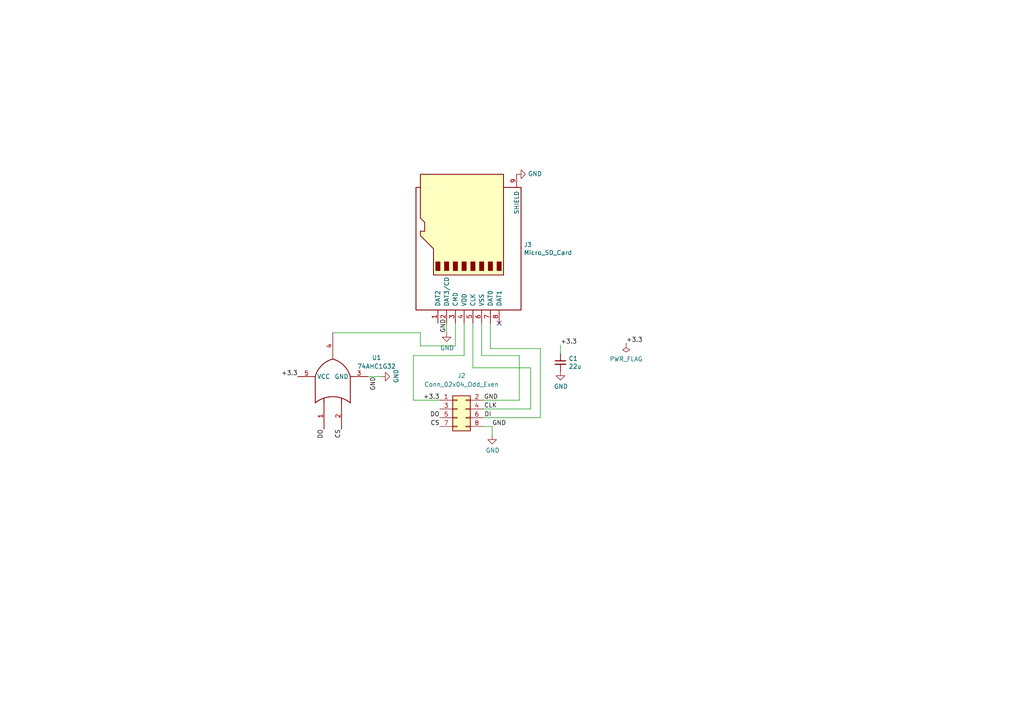
<source format=kicad_sch>
(kicad_sch
	(version 20231120)
	(generator "eeschema")
	(generator_version "8.0")
	(uuid "ebadd2a5-21ab-4a7e-b5bc-6f737367e560")
	(paper "A4")
	(lib_symbols
		(symbol "74xGxx:74AHC1G32"
			(exclude_from_sim no)
			(in_bom yes)
			(on_board yes)
			(property "Reference" "U"
				(at -2.54 3.81 0)
				(effects
					(font
						(size 1.27 1.27)
					)
				)
			)
			(property "Value" "74AHC1G32"
				(at 0 -3.81 0)
				(effects
					(font
						(size 1.27 1.27)
					)
				)
			)
			(property "Footprint" ""
				(at 0 0 0)
				(effects
					(font
						(size 1.27 1.27)
					)
					(hide yes)
				)
			)
			(property "Datasheet" "http://www.ti.com/lit/sg/scyt129e/scyt129e.pdf"
				(at 0 0 0)
				(effects
					(font
						(size 1.27 1.27)
					)
					(hide yes)
				)
			)
			(property "Description" "Single OR Gate, Low-Voltage CMOS"
				(at 0 0 0)
				(effects
					(font
						(size 1.27 1.27)
					)
					(hide yes)
				)
			)
			(property "ki_keywords" "Single Gate OR LVC CMOS"
				(at 0 0 0)
				(effects
					(font
						(size 1.27 1.27)
					)
					(hide yes)
				)
			)
			(property "ki_fp_filters" "SOT* SG-*"
				(at 0 0 0)
				(effects
					(font
						(size 1.27 1.27)
					)
					(hide yes)
				)
			)
			(symbol "74AHC1G32_0_1"
				(arc
					(start -7.62 -5.08)
					(mid -5.838 0)
					(end -7.62 5.08)
					(stroke
						(width 0.254)
						(type default)
					)
					(fill
						(type none)
					)
				)
				(arc
					(start 0 -5.08)
					(mid 3.1986 -3.2054)
					(end 5.08 0)
					(stroke
						(width 0.254)
						(type default)
					)
					(fill
						(type none)
					)
				)
				(polyline
					(pts
						(xy -7.62 -2.54) (xy -6.35 -2.54)
					)
					(stroke
						(width 0.254)
						(type default)
					)
					(fill
						(type background)
					)
				)
				(polyline
					(pts
						(xy -7.62 2.54) (xy -6.35 2.54)
					)
					(stroke
						(width 0.254)
						(type default)
					)
					(fill
						(type background)
					)
				)
				(polyline
					(pts
						(xy 0 -5.08) (xy -7.62 -5.08)
					)
					(stroke
						(width 0.254)
						(type default)
					)
					(fill
						(type background)
					)
				)
				(polyline
					(pts
						(xy 0 5.08) (xy -7.62 5.08)
					)
					(stroke
						(width 0.254)
						(type default)
					)
					(fill
						(type background)
					)
				)
				(arc
					(start 5.08 0)
					(mid 3.2238 3.2304)
					(end 0 5.08)
					(stroke
						(width 0.254)
						(type default)
					)
					(fill
						(type none)
					)
				)
			)
			(symbol "74AHC1G32_1_1"
				(pin input line
					(at -15.24 2.54 0)
					(length 7.62)
					(name "~"
						(effects
							(font
								(size 1.27 1.27)
							)
						)
					)
					(number "1"
						(effects
							(font
								(size 1.27 1.27)
							)
						)
					)
				)
				(pin input line
					(at -15.24 -2.54 0)
					(length 7.62)
					(name "~"
						(effects
							(font
								(size 1.27 1.27)
							)
						)
					)
					(number "2"
						(effects
							(font
								(size 1.27 1.27)
							)
						)
					)
				)
				(pin power_in line
					(at 0 -10.16 90)
					(length 5.08)
					(name "GND"
						(effects
							(font
								(size 1.27 1.27)
							)
						)
					)
					(number "3"
						(effects
							(font
								(size 1.27 1.27)
							)
						)
					)
				)
				(pin output line
					(at 12.7 0 180)
					(length 7.62)
					(name "~"
						(effects
							(font
								(size 1.27 1.27)
							)
						)
					)
					(number "4"
						(effects
							(font
								(size 1.27 1.27)
							)
						)
					)
				)
				(pin power_in line
					(at 0 10.16 270)
					(length 5.08)
					(name "VCC"
						(effects
							(font
								(size 1.27 1.27)
							)
						)
					)
					(number "5"
						(effects
							(font
								(size 1.27 1.27)
							)
						)
					)
				)
			)
		)
		(symbol "Connector_Generic:Conn_02x04_Odd_Even"
			(pin_names
				(offset 1.016) hide)
			(exclude_from_sim no)
			(in_bom yes)
			(on_board yes)
			(property "Reference" "J"
				(at 1.27 5.08 0)
				(effects
					(font
						(size 1.27 1.27)
					)
				)
			)
			(property "Value" "Conn_02x04_Odd_Even"
				(at 1.27 -7.62 0)
				(effects
					(font
						(size 1.27 1.27)
					)
				)
			)
			(property "Footprint" ""
				(at 0 0 0)
				(effects
					(font
						(size 1.27 1.27)
					)
					(hide yes)
				)
			)
			(property "Datasheet" "~"
				(at 0 0 0)
				(effects
					(font
						(size 1.27 1.27)
					)
					(hide yes)
				)
			)
			(property "Description" "Generic connector, double row, 02x04, odd/even pin numbering scheme (row 1 odd numbers, row 2 even numbers), script generated (kicad-library-utils/schlib/autogen/connector/)"
				(at 0 0 0)
				(effects
					(font
						(size 1.27 1.27)
					)
					(hide yes)
				)
			)
			(property "ki_keywords" "connector"
				(at 0 0 0)
				(effects
					(font
						(size 1.27 1.27)
					)
					(hide yes)
				)
			)
			(property "ki_fp_filters" "Connector*:*_2x??_*"
				(at 0 0 0)
				(effects
					(font
						(size 1.27 1.27)
					)
					(hide yes)
				)
			)
			(symbol "Conn_02x04_Odd_Even_1_1"
				(rectangle
					(start -1.27 -4.953)
					(end 0 -5.207)
					(stroke
						(width 0.1524)
						(type default)
					)
					(fill
						(type none)
					)
				)
				(rectangle
					(start -1.27 -2.413)
					(end 0 -2.667)
					(stroke
						(width 0.1524)
						(type default)
					)
					(fill
						(type none)
					)
				)
				(rectangle
					(start -1.27 0.127)
					(end 0 -0.127)
					(stroke
						(width 0.1524)
						(type default)
					)
					(fill
						(type none)
					)
				)
				(rectangle
					(start -1.27 2.667)
					(end 0 2.413)
					(stroke
						(width 0.1524)
						(type default)
					)
					(fill
						(type none)
					)
				)
				(rectangle
					(start -1.27 3.81)
					(end 3.81 -6.35)
					(stroke
						(width 0.254)
						(type default)
					)
					(fill
						(type background)
					)
				)
				(rectangle
					(start 3.81 -4.953)
					(end 2.54 -5.207)
					(stroke
						(width 0.1524)
						(type default)
					)
					(fill
						(type none)
					)
				)
				(rectangle
					(start 3.81 -2.413)
					(end 2.54 -2.667)
					(stroke
						(width 0.1524)
						(type default)
					)
					(fill
						(type none)
					)
				)
				(rectangle
					(start 3.81 0.127)
					(end 2.54 -0.127)
					(stroke
						(width 0.1524)
						(type default)
					)
					(fill
						(type none)
					)
				)
				(rectangle
					(start 3.81 2.667)
					(end 2.54 2.413)
					(stroke
						(width 0.1524)
						(type default)
					)
					(fill
						(type none)
					)
				)
				(pin passive line
					(at -5.08 2.54 0)
					(length 3.81)
					(name "Pin_1"
						(effects
							(font
								(size 1.27 1.27)
							)
						)
					)
					(number "1"
						(effects
							(font
								(size 1.27 1.27)
							)
						)
					)
				)
				(pin passive line
					(at 7.62 2.54 180)
					(length 3.81)
					(name "Pin_2"
						(effects
							(font
								(size 1.27 1.27)
							)
						)
					)
					(number "2"
						(effects
							(font
								(size 1.27 1.27)
							)
						)
					)
				)
				(pin passive line
					(at -5.08 0 0)
					(length 3.81)
					(name "Pin_3"
						(effects
							(font
								(size 1.27 1.27)
							)
						)
					)
					(number "3"
						(effects
							(font
								(size 1.27 1.27)
							)
						)
					)
				)
				(pin passive line
					(at 7.62 0 180)
					(length 3.81)
					(name "Pin_4"
						(effects
							(font
								(size 1.27 1.27)
							)
						)
					)
					(number "4"
						(effects
							(font
								(size 1.27 1.27)
							)
						)
					)
				)
				(pin passive line
					(at -5.08 -2.54 0)
					(length 3.81)
					(name "Pin_5"
						(effects
							(font
								(size 1.27 1.27)
							)
						)
					)
					(number "5"
						(effects
							(font
								(size 1.27 1.27)
							)
						)
					)
				)
				(pin passive line
					(at 7.62 -2.54 180)
					(length 3.81)
					(name "Pin_6"
						(effects
							(font
								(size 1.27 1.27)
							)
						)
					)
					(number "6"
						(effects
							(font
								(size 1.27 1.27)
							)
						)
					)
				)
				(pin passive line
					(at -5.08 -5.08 0)
					(length 3.81)
					(name "Pin_7"
						(effects
							(font
								(size 1.27 1.27)
							)
						)
					)
					(number "7"
						(effects
							(font
								(size 1.27 1.27)
							)
						)
					)
				)
				(pin passive line
					(at 7.62 -5.08 180)
					(length 3.81)
					(name "Pin_8"
						(effects
							(font
								(size 1.27 1.27)
							)
						)
					)
					(number "8"
						(effects
							(font
								(size 1.27 1.27)
							)
						)
					)
				)
			)
		)
		(symbol "Device:C_Small"
			(pin_numbers hide)
			(pin_names
				(offset 0.254) hide)
			(exclude_from_sim no)
			(in_bom yes)
			(on_board yes)
			(property "Reference" "C"
				(at 0.254 1.778 0)
				(effects
					(font
						(size 1.27 1.27)
					)
					(justify left)
				)
			)
			(property "Value" "C_Small"
				(at 0.254 -2.032 0)
				(effects
					(font
						(size 1.27 1.27)
					)
					(justify left)
				)
			)
			(property "Footprint" ""
				(at 0 0 0)
				(effects
					(font
						(size 1.27 1.27)
					)
					(hide yes)
				)
			)
			(property "Datasheet" "~"
				(at 0 0 0)
				(effects
					(font
						(size 1.27 1.27)
					)
					(hide yes)
				)
			)
			(property "Description" "Unpolarized capacitor, small symbol"
				(at 0 0 0)
				(effects
					(font
						(size 1.27 1.27)
					)
					(hide yes)
				)
			)
			(property "ki_keywords" "capacitor cap"
				(at 0 0 0)
				(effects
					(font
						(size 1.27 1.27)
					)
					(hide yes)
				)
			)
			(property "ki_fp_filters" "C_*"
				(at 0 0 0)
				(effects
					(font
						(size 1.27 1.27)
					)
					(hide yes)
				)
			)
			(symbol "C_Small_0_1"
				(polyline
					(pts
						(xy -1.524 -0.508) (xy 1.524 -0.508)
					)
					(stroke
						(width 0.3302)
						(type default)
					)
					(fill
						(type none)
					)
				)
				(polyline
					(pts
						(xy -1.524 0.508) (xy 1.524 0.508)
					)
					(stroke
						(width 0.3048)
						(type default)
					)
					(fill
						(type none)
					)
				)
			)
			(symbol "C_Small_1_1"
				(pin passive line
					(at 0 2.54 270)
					(length 2.032)
					(name "~"
						(effects
							(font
								(size 1.27 1.27)
							)
						)
					)
					(number "1"
						(effects
							(font
								(size 1.27 1.27)
							)
						)
					)
				)
				(pin passive line
					(at 0 -2.54 90)
					(length 2.032)
					(name "~"
						(effects
							(font
								(size 1.27 1.27)
							)
						)
					)
					(number "2"
						(effects
							(font
								(size 1.27 1.27)
							)
						)
					)
				)
			)
		)
		(symbol "gc_sp2-rescue:Micro_SD_Card-Connector"
			(pin_names
				(offset 1.016)
			)
			(exclude_from_sim no)
			(in_bom yes)
			(on_board yes)
			(property "Reference" "J"
				(at -16.51 15.24 0)
				(effects
					(font
						(size 1.27 1.27)
					)
				)
			)
			(property "Value" "Micro_SD_Card-Connector"
				(at 16.51 15.24 0)
				(effects
					(font
						(size 1.27 1.27)
					)
					(justify right)
				)
			)
			(property "Footprint" ""
				(at 29.21 7.62 0)
				(effects
					(font
						(size 1.27 1.27)
					)
					(hide yes)
				)
			)
			(property "Datasheet" ""
				(at 0 0 0)
				(effects
					(font
						(size 1.27 1.27)
					)
					(hide yes)
				)
			)
			(property "Description" ""
				(at 0 0 0)
				(effects
					(font
						(size 1.27 1.27)
					)
					(hide yes)
				)
			)
			(property "ki_fp_filters" "microSD*"
				(at 0 0 0)
				(effects
					(font
						(size 1.27 1.27)
					)
					(hide yes)
				)
			)
			(symbol "Micro_SD_Card-Connector_0_1"
				(rectangle
					(start -7.62 -9.525)
					(end -5.08 -10.795)
					(stroke
						(width 0)
						(type default)
					)
					(fill
						(type outline)
					)
				)
				(rectangle
					(start -7.62 -6.985)
					(end -5.08 -8.255)
					(stroke
						(width 0)
						(type default)
					)
					(fill
						(type outline)
					)
				)
				(rectangle
					(start -7.62 -4.445)
					(end -5.08 -5.715)
					(stroke
						(width 0)
						(type default)
					)
					(fill
						(type outline)
					)
				)
				(rectangle
					(start -7.62 -1.905)
					(end -5.08 -3.175)
					(stroke
						(width 0)
						(type default)
					)
					(fill
						(type outline)
					)
				)
				(rectangle
					(start -7.62 0.635)
					(end -5.08 -0.635)
					(stroke
						(width 0)
						(type default)
					)
					(fill
						(type outline)
					)
				)
				(rectangle
					(start -7.62 3.175)
					(end -5.08 1.905)
					(stroke
						(width 0)
						(type default)
					)
					(fill
						(type outline)
					)
				)
				(rectangle
					(start -7.62 5.715)
					(end -5.08 4.445)
					(stroke
						(width 0)
						(type default)
					)
					(fill
						(type outline)
					)
				)
				(rectangle
					(start -7.62 8.255)
					(end -5.08 6.985)
					(stroke
						(width 0)
						(type default)
					)
					(fill
						(type outline)
					)
				)
				(polyline
					(pts
						(xy 16.51 12.7) (xy 16.51 13.97) (xy -19.05 13.97) (xy -19.05 -16.51) (xy 16.51 -16.51) (xy 16.51 -11.43)
					)
					(stroke
						(width 0.254)
						(type default)
					)
					(fill
						(type none)
					)
				)
				(polyline
					(pts
						(xy -8.89 -11.43) (xy -8.89 8.89) (xy -1.27 8.89) (xy 2.54 12.7) (xy 3.81 12.7) (xy 3.81 11.43)
						(xy 6.35 11.43) (xy 7.62 12.7) (xy 20.32 12.7) (xy 20.32 -11.43) (xy -8.89 -11.43)
					)
					(stroke
						(width 0.254)
						(type default)
					)
					(fill
						(type background)
					)
				)
			)
			(symbol "Micro_SD_Card-Connector_1_1"
				(pin bidirectional line
					(at -22.86 7.62 0)
					(length 3.81)
					(name "DAT2"
						(effects
							(font
								(size 1.27 1.27)
							)
						)
					)
					(number "1"
						(effects
							(font
								(size 1.27 1.27)
							)
						)
					)
				)
				(pin bidirectional line
					(at -22.86 5.08 0)
					(length 3.81)
					(name "DAT3/CD"
						(effects
							(font
								(size 1.27 1.27)
							)
						)
					)
					(number "2"
						(effects
							(font
								(size 1.27 1.27)
							)
						)
					)
				)
				(pin input line
					(at -22.86 2.54 0)
					(length 3.81)
					(name "CMD"
						(effects
							(font
								(size 1.27 1.27)
							)
						)
					)
					(number "3"
						(effects
							(font
								(size 1.27 1.27)
							)
						)
					)
				)
				(pin power_in line
					(at -22.86 0 0)
					(length 3.81)
					(name "VDD"
						(effects
							(font
								(size 1.27 1.27)
							)
						)
					)
					(number "4"
						(effects
							(font
								(size 1.27 1.27)
							)
						)
					)
				)
				(pin input line
					(at -22.86 -2.54 0)
					(length 3.81)
					(name "CLK"
						(effects
							(font
								(size 1.27 1.27)
							)
						)
					)
					(number "5"
						(effects
							(font
								(size 1.27 1.27)
							)
						)
					)
				)
				(pin power_in line
					(at -22.86 -5.08 0)
					(length 3.81)
					(name "VSS"
						(effects
							(font
								(size 1.27 1.27)
							)
						)
					)
					(number "6"
						(effects
							(font
								(size 1.27 1.27)
							)
						)
					)
				)
				(pin input line
					(at -22.86 -7.62 0)
					(length 3.81)
					(name "DAT0"
						(effects
							(font
								(size 1.27 1.27)
							)
						)
					)
					(number "7"
						(effects
							(font
								(size 1.27 1.27)
							)
						)
					)
				)
				(pin input line
					(at -22.86 -10.16 0)
					(length 3.81)
					(name "DAT1"
						(effects
							(font
								(size 1.27 1.27)
							)
						)
					)
					(number "8"
						(effects
							(font
								(size 1.27 1.27)
							)
						)
					)
				)
				(pin passive line
					(at 20.32 -15.24 180)
					(length 3.81)
					(name "SHIELD"
						(effects
							(font
								(size 1.27 1.27)
							)
						)
					)
					(number "9"
						(effects
							(font
								(size 1.27 1.27)
							)
						)
					)
				)
			)
		)
		(symbol "power:GND"
			(power)
			(pin_names
				(offset 0)
			)
			(exclude_from_sim no)
			(in_bom yes)
			(on_board yes)
			(property "Reference" "#PWR"
				(at 0 -6.35 0)
				(effects
					(font
						(size 1.27 1.27)
					)
					(hide yes)
				)
			)
			(property "Value" "GND"
				(at 0 -3.81 0)
				(effects
					(font
						(size 1.27 1.27)
					)
				)
			)
			(property "Footprint" ""
				(at 0 0 0)
				(effects
					(font
						(size 1.27 1.27)
					)
					(hide yes)
				)
			)
			(property "Datasheet" ""
				(at 0 0 0)
				(effects
					(font
						(size 1.27 1.27)
					)
					(hide yes)
				)
			)
			(property "Description" "Power symbol creates a global label with name \"GND\" , ground"
				(at 0 0 0)
				(effects
					(font
						(size 1.27 1.27)
					)
					(hide yes)
				)
			)
			(property "ki_keywords" "power-flag"
				(at 0 0 0)
				(effects
					(font
						(size 1.27 1.27)
					)
					(hide yes)
				)
			)
			(symbol "GND_0_1"
				(polyline
					(pts
						(xy 0 0) (xy 0 -1.27) (xy 1.27 -1.27) (xy 0 -2.54) (xy -1.27 -1.27) (xy 0 -1.27)
					)
					(stroke
						(width 0)
						(type default)
					)
					(fill
						(type none)
					)
				)
			)
			(symbol "GND_1_1"
				(pin power_in line
					(at 0 0 270)
					(length 0) hide
					(name "GND"
						(effects
							(font
								(size 1.27 1.27)
							)
						)
					)
					(number "1"
						(effects
							(font
								(size 1.27 1.27)
							)
						)
					)
				)
			)
		)
		(symbol "power:PWR_FLAG"
			(power)
			(pin_numbers hide)
			(pin_names
				(offset 0) hide)
			(exclude_from_sim no)
			(in_bom yes)
			(on_board yes)
			(property "Reference" "#FLG"
				(at 0 1.905 0)
				(effects
					(font
						(size 1.27 1.27)
					)
					(hide yes)
				)
			)
			(property "Value" "PWR_FLAG"
				(at 0 3.81 0)
				(effects
					(font
						(size 1.27 1.27)
					)
				)
			)
			(property "Footprint" ""
				(at 0 0 0)
				(effects
					(font
						(size 1.27 1.27)
					)
					(hide yes)
				)
			)
			(property "Datasheet" "~"
				(at 0 0 0)
				(effects
					(font
						(size 1.27 1.27)
					)
					(hide yes)
				)
			)
			(property "Description" "Special symbol for telling ERC where power comes from"
				(at 0 0 0)
				(effects
					(font
						(size 1.27 1.27)
					)
					(hide yes)
				)
			)
			(property "ki_keywords" "power-flag"
				(at 0 0 0)
				(effects
					(font
						(size 1.27 1.27)
					)
					(hide yes)
				)
			)
			(symbol "PWR_FLAG_0_0"
				(pin power_out line
					(at 0 0 90)
					(length 0)
					(name "pwr"
						(effects
							(font
								(size 1.27 1.27)
							)
						)
					)
					(number "1"
						(effects
							(font
								(size 1.27 1.27)
							)
						)
					)
				)
			)
			(symbol "PWR_FLAG_0_1"
				(polyline
					(pts
						(xy 0 0) (xy 0 1.27) (xy -1.016 1.905) (xy 0 2.54) (xy 1.016 1.905) (xy 0 1.27)
					)
					(stroke
						(width 0)
						(type default)
					)
					(fill
						(type none)
					)
				)
			)
		)
	)
	(no_connect
		(at 144.78 93.726)
		(uuid "d4944653-6904-4915-a6c8-91d71a8c647c")
	)
	(wire
		(pts
			(xy 96.52 96.52) (xy 121.92 96.52)
		)
		(stroke
			(width 0)
			(type default)
		)
		(uuid "0ae454e6-de80-42d3-970d-b7fe3f1f53f0")
	)
	(wire
		(pts
			(xy 150.622 103.124) (xy 150.622 116.078)
		)
		(stroke
			(width 0)
			(type default)
		)
		(uuid "107eda47-54ed-4f66-99f7-bd86d3d52b29")
	)
	(wire
		(pts
			(xy 140.208 121.158) (xy 156.718 121.158)
		)
		(stroke
			(width 0)
			(type default)
		)
		(uuid "158c42c7-5330-4458-96d4-21918bbafcaf")
	)
	(wire
		(pts
			(xy 121.92 96.52) (xy 121.92 100.33)
		)
		(stroke
			(width 0)
			(type default)
		)
		(uuid "45a90e3f-b7f7-4b4b-aa4b-24cfd31be023")
	)
	(wire
		(pts
			(xy 140.208 123.698) (xy 142.748 123.698)
		)
		(stroke
			(width 0)
			(type default)
		)
		(uuid "548cee20-0f00-4e7e-988f-0c4c6d5f328e")
	)
	(wire
		(pts
			(xy 162.56 102.616) (xy 162.56 100.076)
		)
		(stroke
			(width 0)
			(type default)
		)
		(uuid "64eb5c5d-fdc0-4c45-8b13-656b5470c5c7")
	)
	(wire
		(pts
			(xy 140.208 118.618) (xy 153.924 118.618)
		)
		(stroke
			(width 0)
			(type default)
		)
		(uuid "78010632-079c-4d16-9f55-e810de9f200a")
	)
	(wire
		(pts
			(xy 132.08 100.33) (xy 132.08 93.726)
		)
		(stroke
			(width 0)
			(type default)
		)
		(uuid "79de9a7c-838a-479e-b10b-b16bc2c01c46")
	)
	(wire
		(pts
			(xy 137.16 93.726) (xy 137.16 106.68)
		)
		(stroke
			(width 0)
			(type default)
		)
		(uuid "7ad9713c-075b-41a2-97df-45e68f2ec971")
	)
	(wire
		(pts
			(xy 153.924 106.68) (xy 153.924 118.618)
		)
		(stroke
			(width 0)
			(type default)
		)
		(uuid "8a11c777-f430-4951-a3cb-31b248ca1fdb")
	)
	(wire
		(pts
			(xy 134.62 103.124) (xy 119.888 103.124)
		)
		(stroke
			(width 0)
			(type default)
		)
		(uuid "97d09c54-b2a3-40fc-98da-296fece45c97")
	)
	(wire
		(pts
			(xy 142.748 123.698) (xy 142.748 126.238)
		)
		(stroke
			(width 0)
			(type default)
		)
		(uuid "9918a12b-50cf-4adc-afc2-6c81c914b9f6")
	)
	(wire
		(pts
			(xy 134.62 93.726) (xy 134.62 103.124)
		)
		(stroke
			(width 0)
			(type default)
		)
		(uuid "9e641283-4c64-4997-a9e2-98738aac2fe3")
	)
	(wire
		(pts
			(xy 121.92 100.33) (xy 132.08 100.33)
		)
		(stroke
			(width 0)
			(type default)
		)
		(uuid "a3debf42-3f0a-4eaa-b57d-d128e2072c00")
	)
	(wire
		(pts
			(xy 110.49 109.22) (xy 106.68 109.22)
		)
		(stroke
			(width 0)
			(type default)
		)
		(uuid "a8f5657c-7409-4774-b055-b8bd4fb08e11")
	)
	(wire
		(pts
			(xy 137.16 106.68) (xy 153.924 106.68)
		)
		(stroke
			(width 0)
			(type default)
		)
		(uuid "af0a7e0f-680f-4053-a98e-53f4d7e8ff01")
	)
	(wire
		(pts
			(xy 129.54 93.726) (xy 129.54 96.52)
		)
		(stroke
			(width 0)
			(type default)
		)
		(uuid "b419b8b2-1f86-40ed-9116-47223cebb68d")
	)
	(wire
		(pts
			(xy 139.7 93.726) (xy 139.7 103.124)
		)
		(stroke
			(width 0)
			(type default)
		)
		(uuid "bcc15135-965f-4d7a-9bf0-0ff0d0946bc3")
	)
	(wire
		(pts
			(xy 119.888 116.078) (xy 127.508 116.078)
		)
		(stroke
			(width 0)
			(type default)
		)
		(uuid "bda9ac5d-ba63-4dbd-bde7-583b57fb4412")
	)
	(wire
		(pts
			(xy 142.24 101.092) (xy 156.718 101.092)
		)
		(stroke
			(width 0)
			(type default)
		)
		(uuid "c674f5d6-0e05-4808-8089-586248471533")
	)
	(wire
		(pts
			(xy 142.24 93.726) (xy 142.24 101.092)
		)
		(stroke
			(width 0)
			(type default)
		)
		(uuid "d8130e30-5a2d-4dab-8100-691c799bb777")
	)
	(wire
		(pts
			(xy 140.208 116.078) (xy 150.622 116.078)
		)
		(stroke
			(width 0)
			(type default)
		)
		(uuid "d932de66-33d2-421e-b3e7-aeb68968e7cf")
	)
	(wire
		(pts
			(xy 156.718 101.092) (xy 156.718 121.158)
		)
		(stroke
			(width 0)
			(type default)
		)
		(uuid "db1796c7-4cee-49ab-b1bf-d93f0e7de657")
	)
	(wire
		(pts
			(xy 119.888 103.124) (xy 119.888 116.078)
		)
		(stroke
			(width 0)
			(type default)
		)
		(uuid "fb0c43a2-c522-4563-8767-9afee2613056")
	)
	(wire
		(pts
			(xy 139.7 103.124) (xy 150.622 103.124)
		)
		(stroke
			(width 0)
			(type default)
		)
		(uuid "fed9b2c1-1fac-4b4f-91ff-d677064d82e1")
	)
	(label "GND"
		(at 109.22 109.22 270)
		(fields_autoplaced yes)
		(effects
			(font
				(size 1.27 1.27)
			)
			(justify right bottom)
		)
		(uuid "063c7f3c-db65-4dd9-8800-8f858c84b5da")
	)
	(label "CS"
		(at 99.06 124.46 270)
		(fields_autoplaced yes)
		(effects
			(font
				(size 1.27 1.27)
			)
			(justify right bottom)
		)
		(uuid "2ca34477-be3d-448d-8ade-000781c70e44")
	)
	(label "GND"
		(at 142.748 123.698 0)
		(fields_autoplaced yes)
		(effects
			(font
				(size 1.27 1.27)
			)
			(justify left bottom)
		)
		(uuid "33c4dfb0-170f-4b70-abcb-ecf8224c6bd6")
	)
	(label "DO"
		(at 127.508 121.158 180)
		(fields_autoplaced yes)
		(effects
			(font
				(size 1.27 1.27)
			)
			(justify right bottom)
		)
		(uuid "62f2b705-7819-4c75-9fe1-f9336c11e0cf")
	)
	(label "CLK"
		(at 140.3869 118.618 0)
		(fields_autoplaced yes)
		(effects
			(font
				(size 1.27 1.27)
			)
			(justify left bottom)
		)
		(uuid "67963eb1-30c9-449e-80ce-a7252349f51e")
	)
	(label "+3.3"
		(at 181.61 99.568 0)
		(fields_autoplaced yes)
		(effects
			(font
				(size 1.27 1.27)
			)
			(justify left bottom)
		)
		(uuid "7efb1fd3-b771-43bd-8087-53c68128ed7c")
	)
	(label "DO"
		(at 93.98 124.46 270)
		(fields_autoplaced yes)
		(effects
			(font
				(size 1.27 1.27)
			)
			(justify right bottom)
		)
		(uuid "9e08ad2a-8416-4a70-9b8a-b9f547e5d6c9")
	)
	(label "DI"
		(at 140.4582 121.158 0)
		(fields_autoplaced yes)
		(effects
			(font
				(size 1.27 1.27)
			)
			(justify left bottom)
		)
		(uuid "aef69e3b-9419-4d18-89be-cd8819f6647e")
	)
	(label "+3.3"
		(at 162.56 100.076 0)
		(fields_autoplaced yes)
		(effects
			(font
				(size 1.27 1.27)
			)
			(justify left bottom)
		)
		(uuid "c13a074c-4ce9-4dcb-971a-ac25ebc5aeb0")
	)
	(label "+3.3"
		(at 127.508 116.078 180)
		(fields_autoplaced yes)
		(effects
			(font
				(size 1.27 1.27)
			)
			(justify right bottom)
		)
		(uuid "eccf1b72-c810-4af7-b6e1-a7006e791e78")
	)
	(label "+3.3"
		(at 86.36 109.22 180)
		(fields_autoplaced yes)
		(effects
			(font
				(size 1.27 1.27)
			)
			(justify right bottom)
		)
		(uuid "ee815e40-b250-4f8a-94f9-2bd9e26687c6")
	)
	(label "GND"
		(at 144.4463 116.078 180)
		(fields_autoplaced yes)
		(effects
			(font
				(size 1.27 1.27)
			)
			(justify right bottom)
		)
		(uuid "f2073e4f-b840-4d04-8762-43afaffffdaa")
	)
	(label "CS"
		(at 127.508 123.698 180)
		(fields_autoplaced yes)
		(effects
			(font
				(size 1.27 1.27)
			)
			(justify right bottom)
		)
		(uuid "f41b7e11-8d03-4c26-b090-3b78fcd6dc04")
	)
	(label "GND"
		(at 129.54 96.52 90)
		(fields_autoplaced yes)
		(effects
			(font
				(size 1.27 1.27)
			)
			(justify left bottom)
		)
		(uuid "fff278a3-86af-430b-a9e5-d28922df3bc7")
	)
	(symbol
		(lib_id "power:GND")
		(at 110.49 109.22 90)
		(unit 1)
		(exclude_from_sim no)
		(in_bom yes)
		(on_board yes)
		(dnp no)
		(uuid "3cfb1c3e-e156-4b0a-96fd-b4faa9ad7412")
		(property "Reference" "#PWR02"
			(at 116.84 109.22 0)
			(effects
				(font
					(size 1.27 1.27)
				)
				(hide yes)
			)
		)
		(property "Value" "GND"
			(at 114.8842 109.093 0)
			(effects
				(font
					(size 1.27 1.27)
				)
			)
		)
		(property "Footprint" ""
			(at 110.49 109.22 0)
			(effects
				(font
					(size 1.27 1.27)
				)
				(hide yes)
			)
		)
		(property "Datasheet" ""
			(at 110.49 109.22 0)
			(effects
				(font
					(size 1.27 1.27)
				)
				(hide yes)
			)
		)
		(property "Description" ""
			(at 110.49 109.22 0)
			(effects
				(font
					(size 1.27 1.27)
				)
				(hide yes)
			)
		)
		(pin "1"
			(uuid "8ce6df10-38e0-43e0-bf7e-e63b12e2ca6b")
		)
		(instances
			(project "Gamecube_SD2SP2PRO"
				(path "/ebadd2a5-21ab-4a7e-b5bc-6f737367e560"
					(reference "#PWR02")
					(unit 1)
				)
			)
		)
	)
	(symbol
		(lib_id "power:GND")
		(at 162.56 107.696 0)
		(unit 1)
		(exclude_from_sim no)
		(in_bom yes)
		(on_board yes)
		(dnp no)
		(uuid "5f9cfea5-a1d0-4c22-afb8-0bcc6ef65868")
		(property "Reference" "#PWR0102"
			(at 162.56 114.046 0)
			(effects
				(font
					(size 1.27 1.27)
				)
				(hide yes)
			)
		)
		(property "Value" "GND"
			(at 162.687 112.0902 0)
			(effects
				(font
					(size 1.27 1.27)
				)
			)
		)
		(property "Footprint" ""
			(at 162.56 107.696 0)
			(effects
				(font
					(size 1.27 1.27)
				)
				(hide yes)
			)
		)
		(property "Datasheet" ""
			(at 162.56 107.696 0)
			(effects
				(font
					(size 1.27 1.27)
				)
				(hide yes)
			)
		)
		(property "Description" ""
			(at 162.56 107.696 0)
			(effects
				(font
					(size 1.27 1.27)
				)
				(hide yes)
			)
		)
		(pin "1"
			(uuid "8b7b56ca-46e7-4963-a039-2e71352ebf4c")
		)
		(instances
			(project ""
				(path "/ebadd2a5-21ab-4a7e-b5bc-6f737367e560"
					(reference "#PWR0102")
					(unit 1)
				)
			)
		)
	)
	(symbol
		(lib_id "Device:C_Small")
		(at 162.56 105.156 0)
		(unit 1)
		(exclude_from_sim no)
		(in_bom yes)
		(on_board yes)
		(dnp no)
		(uuid "7048d53d-c19b-4bfb-b593-97043dc857cb")
		(property "Reference" "C1"
			(at 164.8968 103.9876 0)
			(effects
				(font
					(size 1.27 1.27)
				)
				(justify left)
			)
		)
		(property "Value" "22u"
			(at 164.8968 106.299 0)
			(effects
				(font
					(size 1.27 1.27)
				)
				(justify left)
			)
		)
		(property "Footprint" "Capacitor_SMD:C_0402_1005Metric"
			(at 162.56 105.156 0)
			(effects
				(font
					(size 1.27 1.27)
				)
				(hide yes)
			)
		)
		(property "Datasheet" "~"
			(at 162.56 105.156 0)
			(effects
				(font
					(size 1.27 1.27)
				)
				(hide yes)
			)
		)
		(property "Description" ""
			(at 162.56 105.156 0)
			(effects
				(font
					(size 1.27 1.27)
				)
				(hide yes)
			)
		)
		(property "LCSC Part" "C1525"
			(at 162.56 105.156 0)
			(effects
				(font
					(size 1.27 1.27)
				)
				(hide yes)
			)
		)
		(pin "1"
			(uuid "ef967227-51ca-40bc-b932-9576b8ce7853")
		)
		(pin "2"
			(uuid "3bc90ea7-5188-4502-b042-b276e4e50efd")
		)
		(instances
			(project ""
				(path "/ebadd2a5-21ab-4a7e-b5bc-6f737367e560"
					(reference "C1")
					(unit 1)
				)
			)
		)
	)
	(symbol
		(lib_id "power:GND")
		(at 129.54 96.52 0)
		(unit 1)
		(exclude_from_sim no)
		(in_bom yes)
		(on_board yes)
		(dnp no)
		(uuid "77373ee3-7ea3-4694-9a71-80aa191e9204")
		(property "Reference" "#PWR01"
			(at 129.54 102.87 0)
			(effects
				(font
					(size 1.27 1.27)
				)
				(hide yes)
			)
		)
		(property "Value" "GND"
			(at 129.667 100.9142 0)
			(effects
				(font
					(size 1.27 1.27)
				)
			)
		)
		(property "Footprint" ""
			(at 129.54 96.52 0)
			(effects
				(font
					(size 1.27 1.27)
				)
				(hide yes)
			)
		)
		(property "Datasheet" ""
			(at 129.54 96.52 0)
			(effects
				(font
					(size 1.27 1.27)
				)
				(hide yes)
			)
		)
		(property "Description" ""
			(at 129.54 96.52 0)
			(effects
				(font
					(size 1.27 1.27)
				)
				(hide yes)
			)
		)
		(pin "1"
			(uuid "c4d74dba-dc85-40bc-88f8-38a35e3507f1")
		)
		(instances
			(project "Gamecube_SD2SP2PRO"
				(path "/ebadd2a5-21ab-4a7e-b5bc-6f737367e560"
					(reference "#PWR01")
					(unit 1)
				)
			)
		)
	)
	(symbol
		(lib_id "power:GND")
		(at 142.748 126.238 0)
		(unit 1)
		(exclude_from_sim no)
		(in_bom yes)
		(on_board yes)
		(dnp no)
		(uuid "94d4ea18-12a7-4775-bea8-c4aa302596a7")
		(property "Reference" "#PWR0101"
			(at 142.748 132.588 0)
			(effects
				(font
					(size 1.27 1.27)
				)
				(hide yes)
			)
		)
		(property "Value" "GND"
			(at 142.875 130.6322 0)
			(effects
				(font
					(size 1.27 1.27)
				)
			)
		)
		(property "Footprint" ""
			(at 142.748 126.238 0)
			(effects
				(font
					(size 1.27 1.27)
				)
				(hide yes)
			)
		)
		(property "Datasheet" ""
			(at 142.748 126.238 0)
			(effects
				(font
					(size 1.27 1.27)
				)
				(hide yes)
			)
		)
		(property "Description" ""
			(at 142.748 126.238 0)
			(effects
				(font
					(size 1.27 1.27)
				)
				(hide yes)
			)
		)
		(pin "1"
			(uuid "04f5e42b-efae-444c-96df-a2809cf5206c")
		)
		(instances
			(project ""
				(path "/ebadd2a5-21ab-4a7e-b5bc-6f737367e560"
					(reference "#PWR0101")
					(unit 1)
				)
			)
		)
	)
	(symbol
		(lib_id "power:PWR_FLAG")
		(at 181.61 99.568 180)
		(unit 1)
		(exclude_from_sim no)
		(in_bom yes)
		(on_board yes)
		(dnp no)
		(fields_autoplaced yes)
		(uuid "99f24f44-a17e-4192-a1b9-e2cd77fea544")
		(property "Reference" "#FLG0101"
			(at 181.61 101.473 0)
			(effects
				(font
					(size 1.27 1.27)
				)
				(hide yes)
			)
		)
		(property "Value" "PWR_FLAG"
			(at 181.61 104.14 0)
			(effects
				(font
					(size 1.27 1.27)
				)
			)
		)
		(property "Footprint" ""
			(at 181.61 99.568 0)
			(effects
				(font
					(size 1.27 1.27)
				)
				(hide yes)
			)
		)
		(property "Datasheet" "~"
			(at 181.61 99.568 0)
			(effects
				(font
					(size 1.27 1.27)
				)
				(hide yes)
			)
		)
		(property "Description" ""
			(at 181.61 99.568 0)
			(effects
				(font
					(size 1.27 1.27)
				)
				(hide yes)
			)
		)
		(pin "1"
			(uuid "4118ba43-1fb1-4270-b4cd-ea3f37ff3b1c")
		)
		(instances
			(project ""
				(path "/ebadd2a5-21ab-4a7e-b5bc-6f737367e560"
					(reference "#FLG0101")
					(unit 1)
				)
			)
		)
	)
	(symbol
		(lib_id "Connector_Generic:Conn_02x04_Odd_Even")
		(at 132.588 118.618 0)
		(unit 1)
		(exclude_from_sim no)
		(in_bom yes)
		(on_board yes)
		(dnp no)
		(fields_autoplaced yes)
		(uuid "9cd4c214-e425-42a7-9f70-ed944a156e34")
		(property "Reference" "J2"
			(at 133.858 108.966 0)
			(effects
				(font
					(size 1.27 1.27)
				)
			)
		)
		(property "Value" "Conn_02x04_Odd_Even"
			(at 133.858 111.506 0)
			(effects
				(font
					(size 1.27 1.27)
				)
			)
		)
		(property "Footprint" "Connector_PinSocket_2.54mm:PinSocket_2x04_P2.54mm_Vertical_SMD"
			(at 132.588 118.618 0)
			(effects
				(font
					(size 1.27 1.27)
				)
				(hide yes)
			)
		)
		(property "Datasheet" "~"
			(at 132.588 118.618 0)
			(effects
				(font
					(size 1.27 1.27)
				)
				(hide yes)
			)
		)
		(property "Description" ""
			(at 132.588 118.618 0)
			(effects
				(font
					(size 1.27 1.27)
				)
				(hide yes)
			)
		)
		(property "LCSC Part" "C5160819"
			(at 132.588 118.618 0)
			(effects
				(font
					(size 1.27 1.27)
				)
				(hide yes)
			)
		)
		(pin "1"
			(uuid "ad1259ca-f036-45be-b11b-a44a2c4aad31")
		)
		(pin "2"
			(uuid "24b6c681-791b-4ec8-bdac-ba799329088b")
		)
		(pin "3"
			(uuid "40f42e07-43f3-4834-8d49-0b4ca1a0c77c")
		)
		(pin "4"
			(uuid "983f9dc1-6119-4dee-8023-04c7bba85494")
		)
		(pin "5"
			(uuid "d15725fa-25d9-42e5-8a40-86558ea10646")
		)
		(pin "6"
			(uuid "dbd1ef22-b34a-4224-9bd4-223ee19e7fc5")
		)
		(pin "7"
			(uuid "3e22b12a-3092-4e5c-9050-e693c1de4a6f")
		)
		(pin "8"
			(uuid "d00f42f7-3864-4de6-ba9f-9332691a464f")
		)
		(instances
			(project ""
				(path "/ebadd2a5-21ab-4a7e-b5bc-6f737367e560"
					(reference "J2")
					(unit 1)
				)
			)
		)
	)
	(symbol
		(lib_id "power:GND")
		(at 149.86 50.546 90)
		(unit 1)
		(exclude_from_sim no)
		(in_bom yes)
		(on_board yes)
		(dnp no)
		(uuid "b4ad8885-454b-47f4-a251-8e49f79e426f")
		(property "Reference" "#PWR0103"
			(at 156.21 50.546 0)
			(effects
				(font
					(size 1.27 1.27)
				)
				(hide yes)
			)
		)
		(property "Value" "GND"
			(at 153.1112 50.419 90)
			(effects
				(font
					(size 1.27 1.27)
				)
				(justify right)
			)
		)
		(property "Footprint" ""
			(at 149.86 50.546 0)
			(effects
				(font
					(size 1.27 1.27)
				)
				(hide yes)
			)
		)
		(property "Datasheet" ""
			(at 149.86 50.546 0)
			(effects
				(font
					(size 1.27 1.27)
				)
				(hide yes)
			)
		)
		(property "Description" ""
			(at 149.86 50.546 0)
			(effects
				(font
					(size 1.27 1.27)
				)
				(hide yes)
			)
		)
		(pin "1"
			(uuid "5ebe4510-84ec-4bd4-8ea2-714dcf441b95")
		)
		(instances
			(project ""
				(path "/ebadd2a5-21ab-4a7e-b5bc-6f737367e560"
					(reference "#PWR0103")
					(unit 1)
				)
			)
		)
	)
	(symbol
		(lib_id "gc_sp2-rescue:Micro_SD_Card-Connector")
		(at 134.62 70.866 90)
		(unit 1)
		(exclude_from_sim no)
		(in_bom yes)
		(on_board yes)
		(dnp no)
		(uuid "ca9c9cdc-71a5-49d2-aece-5a81b3fc7b42")
		(property "Reference" "J3"
			(at 151.892 70.9676 90)
			(effects
				(font
					(size 1.27 1.27)
				)
				(justify right)
			)
		)
		(property "Value" "Micro_SD_Card"
			(at 151.892 73.279 90)
			(effects
				(font
					(size 1.27 1.27)
				)
				(justify right)
			)
		)
		(property "Footprint" "VideoGames_KiCad6:Micro_SD_C113206"
			(at 127 41.656 0)
			(effects
				(font
					(size 1.27 1.27)
				)
				(hide yes)
			)
		)
		(property "Datasheet" "http://katalog.we-online.de/em/datasheet/693072010801.pdf"
			(at 134.62 70.866 0)
			(effects
				(font
					(size 1.27 1.27)
				)
				(hide yes)
			)
		)
		(property "Description" ""
			(at 134.62 70.866 0)
			(effects
				(font
					(size 1.27 1.27)
				)
				(hide yes)
			)
		)
		(property "LCSC Part" "C113206"
			(at 134.62 70.866 90)
			(effects
				(font
					(size 1.27 1.27)
				)
				(hide yes)
			)
		)
		(pin "1"
			(uuid "689a08ee-6ac4-44dd-84ed-a3f9f79b5960")
		)
		(pin "2"
			(uuid "b3d9b64d-c67e-4257-9383-ed08457a425f")
		)
		(pin "3"
			(uuid "5593ab3b-6421-48a3-bbeb-a24169dd8e79")
		)
		(pin "4"
			(uuid "b62f8acb-0ef1-4047-9945-8c46993ad1b3")
		)
		(pin "5"
			(uuid "0a69b721-d367-499e-b9ef-9edaa4b21d16")
		)
		(pin "6"
			(uuid "ca5f0f08-e1f5-49ae-995d-705c2720fb88")
		)
		(pin "7"
			(uuid "4bc650ff-4624-4c3e-8ed0-940f799d0881")
		)
		(pin "8"
			(uuid "f071d116-0730-46d0-8914-d9504643a722")
		)
		(pin "9"
			(uuid "0c5154ca-77e7-4937-9fcd-3f7a90555a83")
		)
		(instances
			(project ""
				(path "/ebadd2a5-21ab-4a7e-b5bc-6f737367e560"
					(reference "J3")
					(unit 1)
				)
			)
		)
	)
	(symbol
		(lib_id "74xGxx:74AHC1G32")
		(at 96.52 109.22 90)
		(unit 1)
		(exclude_from_sim no)
		(in_bom yes)
		(on_board yes)
		(dnp no)
		(fields_autoplaced yes)
		(uuid "ff11b8d6-634e-46ae-a7e0-c84dd17755d4")
		(property "Reference" "U1"
			(at 109.22 103.7238 90)
			(effects
				(font
					(size 1.27 1.27)
				)
			)
		)
		(property "Value" "74AHC1G32"
			(at 109.22 106.2638 90)
			(effects
				(font
					(size 1.27 1.27)
				)
			)
		)
		(property "Footprint" "Package_TO_SOT_SMD:SC-74A-5_1.55x2.9mm_P0.95mm"
			(at 96.52 109.22 0)
			(effects
				(font
					(size 1.27 1.27)
				)
				(hide yes)
			)
		)
		(property "Datasheet" ""
			(at 96.52 109.22 0)
			(effects
				(font
					(size 1.27 1.27)
				)
				(hide yes)
			)
		)
		(property "Description" "Single OR Gate, Low-Voltage CMOS"
			(at 96.52 109.22 0)
			(effects
				(font
					(size 1.27 1.27)
				)
				(hide yes)
			)
		)
		(property "LCSC Part" "C12488"
			(at 96.52 109.22 90)
			(effects
				(font
					(size 1.27 1.27)
				)
				(hide yes)
			)
		)
		(pin "5"
			(uuid "a30bebf8-6ffb-4255-8b84-26c4317e2533")
		)
		(pin "1"
			(uuid "dfb45619-4bb6-45b4-9c4c-3f3767309ecb")
		)
		(pin "3"
			(uuid "5bb23272-a709-484c-84b6-2616998f07f2")
		)
		(pin "2"
			(uuid "b82dd196-b1aa-46f2-897b-80923eaf7360")
		)
		(pin "4"
			(uuid "2ca4fe6d-8310-4227-a759-167dd4801355")
		)
		(instances
			(project "Gamecube_SD2SP2PRO"
				(path "/ebadd2a5-21ab-4a7e-b5bc-6f737367e560"
					(reference "U1")
					(unit 1)
				)
			)
		)
	)
	(sheet_instances
		(path "/"
			(page "1")
		)
	)
)

</source>
